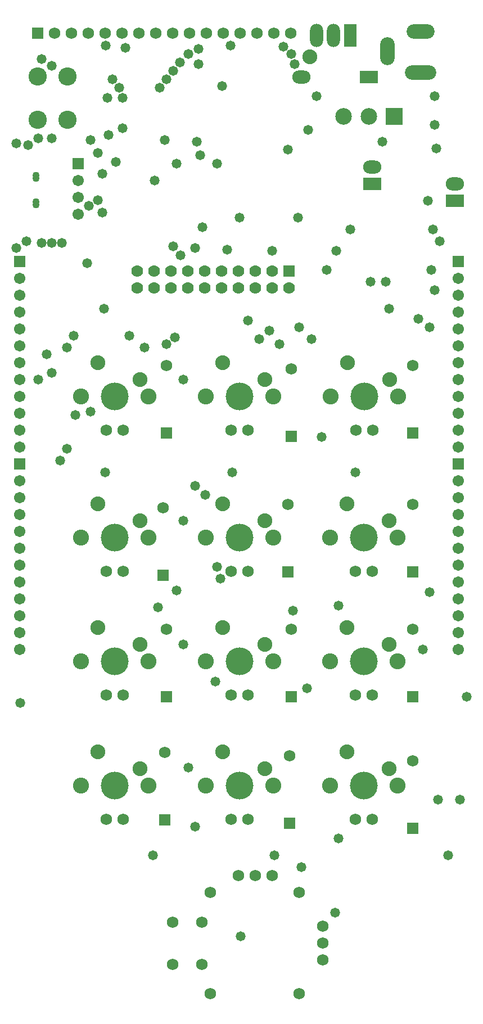
<source format=gbs>
%FSLAX25Y25*%
%MOIN*%
G70*
G01*
G75*
G04 Layer_Color=16711935*
%ADD10R,0.03543X0.04331*%
%ADD11R,0.03900X0.05900*%
%ADD12R,0.12900X0.05900*%
%ADD13R,0.03937X0.05118*%
%ADD14R,0.03900X0.04300*%
%ADD15R,0.03150X0.03150*%
%ADD16R,0.08661X0.09843*%
%ADD17R,0.07874X0.01969*%
%ADD18O,0.02165X0.06890*%
%ADD19O,0.06890X0.02165*%
%ADD20R,0.03150X0.06299*%
%ADD21R,0.04300X0.03900*%
%ADD22R,0.05118X0.03937*%
%ADD23C,0.00800*%
%ADD24C,0.02000*%
%ADD25C,0.02500*%
%ADD26C,0.01000*%
%ADD27C,0.01200*%
%ADD28C,0.10000*%
%ADD29C,0.09055*%
%ADD30R,0.09055X0.09055*%
%ADD31O,0.17716X0.07874*%
%ADD32O,0.15748X0.07874*%
%ADD33O,0.07874X0.15748*%
%ADD34C,0.05906*%
%ADD35C,0.05906*%
%ADD36C,0.06000*%
%ADD37O,0.07000X0.13000*%
%ADD38C,0.08000*%
%ADD39R,0.07000X0.13000*%
%ADD40C,0.06200*%
%ADD41R,0.06200X0.06200*%
%ADD42R,0.05906X0.05906*%
%ADD43R,0.06000X0.06000*%
%ADD44C,0.03543*%
%ADD45R,0.10000X0.07000*%
%ADD46O,0.10000X0.07000*%
%ADD47C,0.08700*%
%ADD48C,0.15700*%
%ADD49R,0.10000X0.07000*%
%ADD50C,0.05000*%
%ADD51C,0.00984*%
%ADD52C,0.02362*%
%ADD53C,0.00787*%
%ADD54C,0.00591*%
%ADD55R,0.04343X0.05131*%
%ADD56R,0.04700X0.06700*%
%ADD57R,0.13700X0.06700*%
%ADD58R,0.04737X0.05918*%
%ADD59R,0.04700X0.05100*%
%ADD60R,0.03950X0.03950*%
%ADD61R,0.09461X0.10642*%
%ADD62R,0.08674X0.02769*%
%ADD63O,0.02965X0.07690*%
%ADD64O,0.07690X0.02965*%
%ADD65R,0.03950X0.07099*%
%ADD66R,0.05100X0.04700*%
%ADD67R,0.05918X0.04737*%
%ADD68C,0.10800*%
%ADD69C,0.09855*%
%ADD70R,0.09855X0.09855*%
%ADD71O,0.18517X0.08674*%
%ADD72O,0.16548X0.08674*%
%ADD73O,0.08674X0.16548*%
%ADD74C,0.06706*%
%ADD75C,0.06706*%
%ADD76C,0.06800*%
%ADD77O,0.07800X0.13800*%
%ADD78C,0.08800*%
%ADD79R,0.07800X0.13800*%
%ADD80C,0.07000*%
%ADD81R,0.07000X0.07000*%
%ADD82R,0.06706X0.06706*%
%ADD83R,0.06800X0.06800*%
%ADD84C,0.04343*%
%ADD85R,0.10800X0.07800*%
%ADD86O,0.10800X0.07800*%
%ADD87C,0.09500*%
%ADD88C,0.16500*%
%ADD89R,0.10800X0.07800*%
%ADD90C,0.05800*%
D68*
X225700Y654200D02*
D03*
X243400D02*
D03*
X225700Y679800D02*
D03*
X243400D02*
D03*
D69*
X407000Y656000D02*
D03*
X422000D02*
D03*
D70*
X437000D02*
D03*
D71*
X452500Y682063D02*
D03*
D72*
Y706472D02*
D03*
D73*
X432815Y694661D02*
D03*
D74*
X457421Y682063D02*
D03*
X447579D02*
D03*
D75*
X448563Y706472D02*
D03*
X456437D02*
D03*
X432815Y690724D02*
D03*
Y698598D02*
D03*
X249500Y598000D02*
D03*
Y608000D02*
D03*
Y618000D02*
D03*
X475000Y460000D02*
D03*
Y470000D02*
D03*
Y480000D02*
D03*
Y490000D02*
D03*
Y500000D02*
D03*
Y510000D02*
D03*
Y520000D02*
D03*
Y530000D02*
D03*
Y540000D02*
D03*
Y550000D02*
D03*
Y560000D02*
D03*
Y340000D02*
D03*
Y350000D02*
D03*
Y360000D02*
D03*
Y370000D02*
D03*
Y380000D02*
D03*
Y390000D02*
D03*
Y400000D02*
D03*
Y410000D02*
D03*
Y420000D02*
D03*
Y430000D02*
D03*
Y440000D02*
D03*
X215000Y340000D02*
D03*
Y350000D02*
D03*
Y360000D02*
D03*
Y370000D02*
D03*
Y380000D02*
D03*
Y390000D02*
D03*
Y400000D02*
D03*
Y410000D02*
D03*
Y420000D02*
D03*
Y430000D02*
D03*
Y440000D02*
D03*
Y460000D02*
D03*
Y470000D02*
D03*
Y480000D02*
D03*
Y490000D02*
D03*
Y500000D02*
D03*
Y510000D02*
D03*
Y520000D02*
D03*
Y530000D02*
D03*
Y540000D02*
D03*
Y550000D02*
D03*
Y560000D02*
D03*
D76*
X394500Y156000D02*
D03*
X364500Y206000D02*
D03*
X354500D02*
D03*
X344500D02*
D03*
X305500Y178500D02*
D03*
Y153500D02*
D03*
X323000Y178500D02*
D03*
Y153500D02*
D03*
X380500Y196000D02*
D03*
Y136000D02*
D03*
X328000D02*
D03*
Y196000D02*
D03*
X394500Y166000D02*
D03*
Y176000D02*
D03*
X235500Y705400D02*
D03*
X245500D02*
D03*
X255500D02*
D03*
X265500D02*
D03*
X275500D02*
D03*
X285500D02*
D03*
X295500D02*
D03*
X305500D02*
D03*
X315500D02*
D03*
X325500D02*
D03*
X335500D02*
D03*
X345500D02*
D03*
X355500D02*
D03*
X365500D02*
D03*
X375500D02*
D03*
X448000Y508500D02*
D03*
X424250Y470000D02*
D03*
X414250D02*
D03*
X301000Y279000D02*
D03*
X375000Y277000D02*
D03*
X448000Y274000D02*
D03*
X302000Y352000D02*
D03*
X376000D02*
D03*
X300000Y424000D02*
D03*
X448000Y352000D02*
D03*
X374000Y426000D02*
D03*
X448000D02*
D03*
X302000Y508500D02*
D03*
X376000Y506500D02*
D03*
X276250Y239500D02*
D03*
X266250D02*
D03*
X350250D02*
D03*
X340250D02*
D03*
X424000D02*
D03*
X414000D02*
D03*
X276250Y313000D02*
D03*
X266250D02*
D03*
X350250D02*
D03*
X340250D02*
D03*
X276250Y386500D02*
D03*
X266250D02*
D03*
X424000Y313000D02*
D03*
X414000D02*
D03*
X350250Y386500D02*
D03*
X340250D02*
D03*
X424000D02*
D03*
X414000D02*
D03*
X276250Y470000D02*
D03*
X266250D02*
D03*
X350250D02*
D03*
X340250D02*
D03*
D77*
X401000Y704000D02*
D03*
X391000D02*
D03*
D78*
X386800Y691600D02*
D03*
X409250Y510000D02*
D03*
X434250Y500000D02*
D03*
X261250Y279500D02*
D03*
X286250Y269500D02*
D03*
X335250Y279500D02*
D03*
X360250Y269500D02*
D03*
X409000Y279500D02*
D03*
X434000Y269500D02*
D03*
X261250Y353000D02*
D03*
X286250Y343000D02*
D03*
X335250Y353000D02*
D03*
X360250Y343000D02*
D03*
X261250Y426500D02*
D03*
X286250Y416500D02*
D03*
X409000Y353000D02*
D03*
X434000Y343000D02*
D03*
X335250Y426500D02*
D03*
X360250Y416500D02*
D03*
X409000Y426500D02*
D03*
X434000Y416500D02*
D03*
X261250Y510000D02*
D03*
X286250Y500000D02*
D03*
X335250Y510000D02*
D03*
X360250Y500000D02*
D03*
D79*
X411000Y704000D02*
D03*
D80*
X284500Y554500D02*
D03*
X294500D02*
D03*
X304500D02*
D03*
X284500Y564500D02*
D03*
X294500D02*
D03*
X304500D02*
D03*
X314500Y554500D02*
D03*
X324500D02*
D03*
X334500D02*
D03*
X314500Y564500D02*
D03*
X324500D02*
D03*
X334500D02*
D03*
X344500Y554500D02*
D03*
Y564500D02*
D03*
X354500Y554500D02*
D03*
Y564500D02*
D03*
X364500Y554500D02*
D03*
Y564500D02*
D03*
X374500Y554500D02*
D03*
D81*
Y564500D02*
D03*
D82*
X249500Y628000D02*
D03*
X475000Y570000D02*
D03*
Y450000D02*
D03*
X215000D02*
D03*
Y570000D02*
D03*
D83*
X225500Y705400D02*
D03*
X448000Y468500D02*
D03*
X301000Y239000D02*
D03*
X375000Y237000D02*
D03*
X448000Y234000D02*
D03*
X302000Y312000D02*
D03*
X376000D02*
D03*
X300000Y384000D02*
D03*
X448000Y312000D02*
D03*
X374000Y386000D02*
D03*
X448000D02*
D03*
X302000Y468500D02*
D03*
X376000Y466500D02*
D03*
D84*
X224500Y605610D02*
D03*
Y619390D02*
D03*
Y621161D02*
D03*
Y603839D02*
D03*
D85*
X422000Y679500D02*
D03*
D86*
X382000D02*
D03*
X473000Y616000D02*
D03*
X424000Y626000D02*
D03*
D87*
X399250Y490000D02*
D03*
X439250D02*
D03*
X251250Y259500D02*
D03*
X291250D02*
D03*
X325250D02*
D03*
X365250D02*
D03*
X399000D02*
D03*
X439000D02*
D03*
X251250Y333000D02*
D03*
X291250D02*
D03*
X325250D02*
D03*
X365250D02*
D03*
X251250Y406500D02*
D03*
X291250D02*
D03*
X399000Y333000D02*
D03*
X439000D02*
D03*
X325250Y406500D02*
D03*
X365250D02*
D03*
X399000D02*
D03*
X439000D02*
D03*
X251250Y490000D02*
D03*
X291250D02*
D03*
X325250D02*
D03*
X365250D02*
D03*
D88*
X419250D02*
D03*
X271250Y259500D02*
D03*
X345250D02*
D03*
X419000D02*
D03*
X271250Y333000D02*
D03*
X345250D02*
D03*
X271250Y406500D02*
D03*
X419000Y333000D02*
D03*
X345250Y406500D02*
D03*
X419000D02*
D03*
X271250Y490000D02*
D03*
X345250D02*
D03*
D89*
X473000Y606000D02*
D03*
X424000Y616000D02*
D03*
D90*
X414000Y445000D02*
D03*
X341000D02*
D03*
X265700D02*
D03*
X306000Y579000D02*
D03*
X301000Y642000D02*
D03*
X338000Y577000D02*
D03*
X319000Y578000D02*
D03*
X310200Y573800D02*
D03*
X380000Y596000D02*
D03*
X345236D02*
D03*
X265000Y542000D02*
D03*
X266000Y698000D02*
D03*
X270000Y678000D02*
D03*
X267000Y667000D02*
D03*
X267700Y645300D02*
D03*
X340000Y698000D02*
D03*
X277700Y696700D02*
D03*
X302000Y678000D02*
D03*
X298000Y673000D02*
D03*
X276000Y667000D02*
D03*
Y649000D02*
D03*
X394000Y466000D02*
D03*
X382000Y211000D02*
D03*
X320000Y641000D02*
D03*
X430000D02*
D03*
X378000Y687000D02*
D03*
X321000D02*
D03*
X376000Y693000D02*
D03*
X371359Y697562D02*
D03*
X321000Y696000D02*
D03*
X315000Y693000D02*
D03*
X228000Y581000D02*
D03*
X306000Y683000D02*
D03*
X310000Y688000D02*
D03*
X247000Y526000D02*
D03*
X280000D02*
D03*
X243000Y519000D02*
D03*
X289000D02*
D03*
X332000Y389000D02*
D03*
X330800Y321200D02*
D03*
X319000Y235000D02*
D03*
X315000Y270000D02*
D03*
X312000Y500000D02*
D03*
Y416500D02*
D03*
Y343000D02*
D03*
X323374Y590374D02*
D03*
X385200Y317200D02*
D03*
X402600Y576400D02*
D03*
X364600D02*
D03*
X307000Y525000D02*
D03*
X350200Y535200D02*
D03*
X274000Y673000D02*
D03*
X454000Y340000D02*
D03*
X480000Y312000D02*
D03*
X215400Y308600D02*
D03*
X297100Y365100D02*
D03*
X308000Y375200D02*
D03*
X334000Y382000D02*
D03*
X363000Y529000D02*
D03*
X357000Y524000D02*
D03*
X302000Y521000D02*
D03*
X377000Y363000D02*
D03*
X403800Y366000D02*
D03*
X404100Y228000D02*
D03*
X458000Y531000D02*
D03*
Y374000D02*
D03*
X325000Y431700D02*
D03*
X319000Y437000D02*
D03*
X243000Y459000D02*
D03*
X248000Y479000D02*
D03*
X256800Y481000D02*
D03*
X234000Y504000D02*
D03*
X231000Y515000D02*
D03*
X451150Y536150D02*
D03*
X388000Y524000D02*
D03*
X369000Y521000D02*
D03*
X380669Y531299D02*
D03*
X434000Y542000D02*
D03*
X423000Y558000D02*
D03*
X432000D02*
D03*
X464000Y582000D02*
D03*
X294000Y218000D02*
D03*
X469000D02*
D03*
X366000D02*
D03*
X374000Y636565D02*
D03*
X272000Y629000D02*
D03*
X411000Y589000D02*
D03*
X460000D02*
D03*
X457000Y606000D02*
D03*
X397000Y565000D02*
D03*
X463000Y251000D02*
D03*
X476000D02*
D03*
X335000Y674000D02*
D03*
X391000Y668000D02*
D03*
X240000Y581000D02*
D03*
X234000D02*
D03*
X228000Y690000D02*
D03*
X234000Y643000D02*
D03*
X261425Y634575D02*
D03*
X257000Y642000D02*
D03*
X234000Y686000D02*
D03*
X459000Y565000D02*
D03*
X220000Y639000D02*
D03*
X461000Y553000D02*
D03*
X295000Y618000D02*
D03*
X308000Y628000D02*
D03*
X322000Y633000D02*
D03*
X332000Y628000D02*
D03*
X255000Y569000D02*
D03*
X256000Y603000D02*
D03*
X264000Y599000D02*
D03*
X264024Y621976D02*
D03*
X261425Y606425D02*
D03*
X219000Y582000D02*
D03*
X226000Y643000D02*
D03*
X213000Y640000D02*
D03*
Y578000D02*
D03*
X226000Y500000D02*
D03*
X239000Y452000D02*
D03*
X461000Y651000D02*
D03*
Y668000D02*
D03*
X462000Y637000D02*
D03*
X386000Y648000D02*
D03*
X402000Y184000D02*
D03*
X346000Y170000D02*
D03*
M02*

</source>
